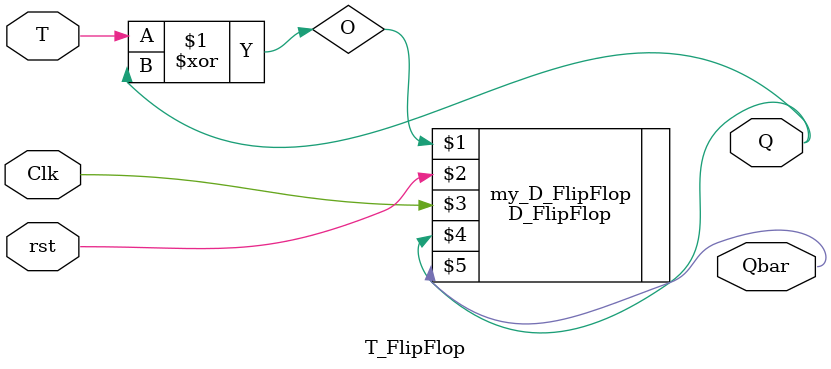
<source format=v>
module T_FlipFlop(T, rst, Clk,  Q, Qbar);

	input T;
	input rst;
	input Clk;
	output Q;
	output Qbar;
	
	wire O;
	
	xor(O, T, Q);
	D_FlipFlop my_D_FlipFlop(O, rst, Clk, Q, Qbar);
	

endmodule

</source>
